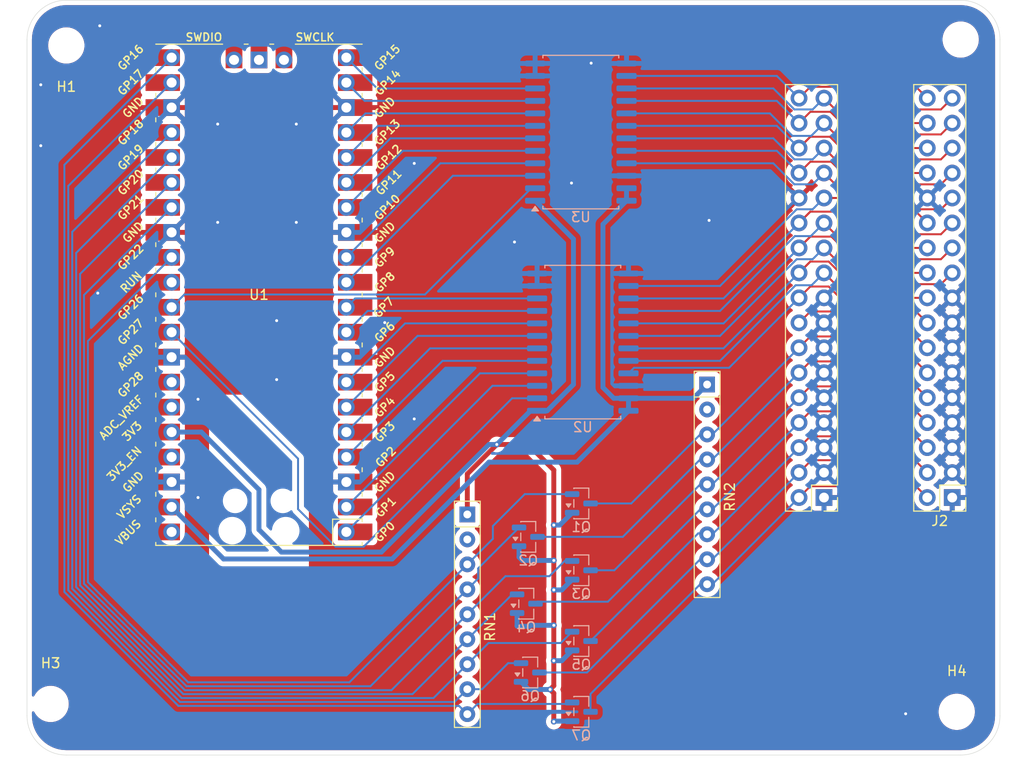
<source format=kicad_pcb>
(kicad_pcb (version 20241229) (generator "pcbnew") (generator_version "9.0")
  (layers (0 "F.Cu" signal) (2 "B.Cu" signal) (13 "F.Paste" user) (15 "B.Paste" user) (5 "F.SilkS" user "F.Silkscreen") (7 "B.SilkS" user "B.Silkscreen") (1 "F.Mask" user) (3 "B.Mask" user) (25 "Edge.Cuts" user))
  (net 0 "")
  (net 1 "/D1")
  (net 2 "/D6")
  (net 3 "GND")
  (net 4 "/R{slash}~{W}")
  (net 5 "/D4")
  (net 6 "/A5")
  (net 7 "/~{RST}")
  (net 8 "/A2")
  (net 9 "/ANALOG")
  (net 10 "/A7")
  (net 11 "/1MHZe")
  (net 12 "/~{NMI}")
  (net 13 "/A3")
  (net 14 "/A6")
  (net 15 "/~{IRQ}")
  (net 16 "/A4")
  (net 17 "/JIM")
  (net 18 "/D0")
  (net 19 "/A0")
  (net 20 "/D3")
  (net 21 "/A1")
  (net 22 "/D7")
  (net 23 "/D5")
  (net 24 "/FRED")
  (net 25 "/D2")
  (net 39 "/DIR_A")
  (net 40 "/1MHZe_L")
  (net 41 "/~{NMI}_L")
  (net 42 "/A3_L")
  (net 43 "/D6_L")
  (net 44 "/~{IRQ}_L")
  (net 45 "/A7_L")
  (net 46 "/A1_L")
  (net 47 "/A6_L")
  (net 48 "/D2_L")
  (net 49 "/FRED_L")
  (net 50 "/R{slash}~{W}_L")
  (net 51 "/D1_L")
  (net 52 "+3.3V")
  (net 53 "/A0_L")
  (net 54 "/A4_L")
  (net 55 "/JIM_L")
  (net 56 "/DIR_D")
  (net 57 "/D7_L")
  (net 58 "/D5_L")
  (net 59 "/D0_L")
  (net 60 "/D3_L")
  (net 61 "/A2_L")
  (net 62 "/~{RST}_L")
  (net 63 "/A5_L")
  (net 64 "/D4_L")
  (net 65 "+5V")
  (footprint "Connector_PinHeader_2.54mm:PinHeader_2x17_P2.54mm_Vertical" (layer "F.Cu") (at 184.74 118 180)
    (property "Reference" "J2")
    (property "Value" "Conn_02x17_Odd_Even")
  )
  (footprint "MountingHole:MountingHole_3.2mm_M3" (layer "F.Cu") (at 185.2 139.8)
    (property "Reference" "H4")
    (property "Value" "MountingHole")
  )
  (footprint "Connector_PinHeader_2.54mm:PinHeader_2x17_P2.54mm_Vertical" (layer "F.Cu") (at 171.691114 118 180)
    (property "Reference" "J1" (hide yes))
    (property "Value" "Conn_02x17_Odd_Even")
  )
  (footprint "MountingHole:MountingHole_3.2mm_M3" (layer "F.Cu") (at 185.6 71.4)
    (property "Reference" "H2" (hide yes))
    (property "Value" "MountingHole")
  )
  (footprint "Resistor_THT:R_Array_SIP9" (layer "F.Cu") (at 135.4 119.72 -90)
    (property "Reference" "RN1")
    (property "Value" "10K")
  )
  (footprint "MountingHole:MountingHole_3.2mm_M3" (layer "F.Cu") (at 94.6 72)
    (property "Reference" "H1")
    (property "Value" "MountingHole")
  )
  (footprint "RPi_Pico:RPi_Pico_SMD_TH" (layer "F.Cu") (at 114.201114 97.3688 180)
    (property "Reference" "U1")
    (property "Value" "Pico")
  )
  (footprint "MountingHole:MountingHole_3.2mm_M3" (layer "F.Cu") (at 93 139)
    (property "Reference" "H3")
    (property "Value" "MountingHole")
  )
  (footprint "Resistor_THT:R_Array_SIP9" (layer "F.Cu") (at 159.8 106.5 -90)
    (property "Reference" "RN2")
    (property "Value" "10K")
  )
  (footprint "Package_TO_SOT_SMD:SOT-23" (layer "B.Cu") (at 141.8 135.8)
    (property "Reference" "Q6")
    (property "Value" "BSS138")
  )
  (footprint "Package_TO_SOT_SMD:SOT-23" (layer "B.Cu") (at 147 118.6)
    (property "Reference" "Q1")
    (property "Value" "BSS138")
  )
  (footprint "Package_TO_SOT_SMD:SOT-23" (layer "B.Cu") (at 141.6 122)
    (property "Reference" "Q2")
    (property "Value" "BSS138")
  )
  (footprint "Package_TO_SOT_SMD:SOT-23" (layer "B.Cu") (at 147 125.4)
    (property "Reference" "Q3")
    (property "Value" "BSS138")
  )
  (footprint "Package_SO:SOIC-24W_7.5x15.4mm_P1.27mm" (layer "B.Cu") (at 146.95 80.815)
    (property "Reference" "U3")
    (property "Value" "SN74LVC8T245")
  )
  (footprint "Package_TO_SOT_SMD:SOT-23" (layer "B.Cu") (at 141.4 128.8)
    (property "Reference" "Q4")
    (property "Value" "BSS138")
  )
  (footprint "Package_TO_SOT_SMD:SOT-23" (layer "B.Cu") (at 147 139.8)
    (property "Reference" "Q7")
    (property "Value" "BSS138")
  )
  (footprint "Package_TO_SOT_SMD:SOT-23" (layer "B.Cu") (at 147 132.6)
    (property "Reference" "Q5")
    (property "Value" "BSS138")
  )
  (footprint "Package_SO:SOIC-24W_7.5x15.4mm_P1.27mm" (layer "B.Cu") (at 147.15 102.185)
    (property "Reference" "U2")
    (property "Value" "SN74LVC8T245")
  )
  (gr_arc (start 94.6 144.2) (mid 91.771573 143.028427) (end 90.6 140.2) (stroke (width 0.05)) (layer "Edge.Cuts"))
  (gr_arc (start 185.6 67.4) (mid 188.428427 68.571573) (end 189.6 71.4) (stroke (width 0.05)) (layer "Edge.Cuts"))
  (gr_line (start 94.6 67.4) (end 185.6 67.4) (stroke (width 0.05)) (layer "Edge.Cuts"))
  (gr_arc (start 189.6 140.2) (mid 188.428427 143.028427) (end 185.6 144.2) (stroke (width 0.05)) (layer "Edge.Cuts"))
  (gr_arc (start 90.6 71.4) (mid 91.771573 68.571573) (end 94.6 67.4) (stroke (width 0.05)) (layer "Edge.Cuts"))
  (gr_line (start 189.6 71.4) (end 189.6 140.2) (stroke (width 0.05)) (layer "Edge.Cuts"))
  (gr_line (start 185.6 144.2) (end 94.6 144.2) (stroke (width 0.05)) (layer "Edge.Cuts"))
  (gr_line (start 90.6 140.2) (end 90.6 71.4) (stroke (width 0.05)) (layer "Edge.Cuts"))
  (segment (start 183.589 96.291) (end 184.74 95.14) (width 0.2) (layer "F.Cu") (net 1))
  (segment (start 172.842114 96.291) (end 183.589 96.291) (width 0.2) (layer "F.Cu") (net 1))
  (segment (start 171.691114 95.14) (end 172.842114 96.291) (width 0.2) (layer "F.Cu") (net 1))
  (segment (start 170.431114 96.4) (end 171.691114 95.14) (width 0.2) (layer "B.Cu") (net 1))
  (segment (start 151.8 104.09) (end 161.113354 104.09) (width 0.2) (layer "B.Cu") (net 1))
  (segment (start 168.803354 96.4) (end 170.431114 96.4) (width 0.2) (layer "B.Cu") (net 1))
  (segment (start 161.113354 104.09) (end 168.803354 96.4) (width 0.2) (layer "B.Cu") (net 1))
  (segment (start 181.049 88.909) (end 182.2 90.06) (width 0.2) (layer "F.Cu") (net 2))
  (segment (start 169.151114 90.0588) (end 170.302114 88.9078) (width 0.2) (layer "F.Cu") (net 2))
  (segment (start 169.151114 90.06) (end 170.302114 88.909) (width 0.2) (layer "F.Cu") (net 2))
  (segment (start 170.302114 88.909) (end 181.049 88.909) (width 0.2) (layer "F.Cu") (net 2))
  (segment (start 151.8 97.74) (end 161.469914 97.74) (width 0.2) (layer "B.Cu") (net 2))
  (segment (start 161.469914 97.74) (end 169.151114 90.0588) (width 0.2) (layer "B.Cu") (net 2))
  (via (at 110 90) (size 0.6) (drill 0.3) (layers "F.Cu" "B.Cu") (net 3))
  (via (at 140.2 92) (size 0.6) (drill 0.3) (layers "F.Cu" "B.Cu") (net 3))
  (via (at 130 84) (size 0.6) (drill 0.3) (layers "F.Cu" "B.Cu") (net 3))
  (via (at 118 90) (size 0.6) (drill 0.3) (layers "F.Cu" "B.Cu") (net 3))
  (via (at 108 118) (size 0.6) (drill 0.3) (layers "F.Cu" "B.Cu") (net 3))
  (via (at 116 106) (size 0.6) (drill 0.3) (layers "F.Cu" "B.Cu") (net 3))
  (via (at 127 100.2) (size 0.6) (drill 0.3) (layers "F.Cu" "B.Cu") (net 3))
  (via (at 180 140) (size 0.6) (drill 0.3) (layers "F.Cu" "B.Cu") (net 3))
  (via (at 92 82.2) (size 0.6) (drill 0.3) (layers "F.Cu" "B.Cu") (net 3))
  (via (at 130 110) (size 0.6) (drill 0.3) (layers "F.Cu" "B.Cu") (net 3))
  (via (at 160 89.8) (size 0.6) (drill 0.3) (layers "F.Cu" "B.Cu") (net 3))
  (via (at 98 70) (size 0.6) (drill 0.3) (layers "F.Cu" "B.Cu") (net 3))
  (via (at 148 73.8) (size 0.6) (drill 0.3) (layers "F.Cu" "B.Cu") (net 3))
  (via (at 146 86) (size 0.6) (drill 0.3) (layers "F.Cu" "B.Cu") (net 3))
  (via (at 118 80) (size 0.6) (drill 0.3) (layers "F.Cu" "B.Cu") (net 3))
  (via (at 110 80) (size 0.6) (drill 0.3) (layers "F.Cu" "B.Cu") (net 3))
  (via (at 116 100) (size 0.6) (drill 0.3) (layers "F.Cu" "B.Cu") (net 3))
  (via (at 97.8 97.2) (size 0.6) (drill 0.3) (layers "F.Cu" "B.Cu") (net 3))
  (via (at 108 108) (size 0.6) (drill 0.3) (layers "F.Cu" "B.Cu") (net 3))
  (via (at 92 76) (size 0.6) (drill 0.3) (layers "F.Cu" "B.Cu") (net 3))
  (segment (start 181.049 116.849) (end 182.2 118) (width 0.2) (layer "F.Cu") (net 4))
  (segment (start 170.302114 116.849) (end 181.049 116.849) (width 0.2) (layer "F.Cu") (net 4))
  (segment (start 169.151114 118) (end 170.302114 116.849) (width 0.2) (layer "F.Cu") (net 4))
  (segment (start 147.9375 137.9825) (end 159.2 126.72) (width 0.2) (layer "B.Cu") (net 4))
  (segment (start 160.429914 126.72) (end 169.151114 117.9988) (width 0.2) (layer "B.Cu") (net 4))
  (segment (start 147.9375 139.8) (end 147.9375 137.9825) (width 0.2) (layer "B.Cu") (net 4))
  (segment (start 159.2 126.72) (end 160.429914 126.72) (width 0.2) (layer "B.Cu") (net 4))
  (segment (start 170.302114 91.4478) (end 169.151114 92.5988) (width 0.2) (layer "F.Cu") (net 5))
  (segment (start 170.302114 91.449) (end 172.449 91.449) (width 0.2) (layer "F.Cu") (net 5))
  (segment (start 173.6 92.6) (end 182.2 92.6) (width 0.2) (layer "F.Cu") (net 5))
  (segment (start 172.449 91.449) (end 173.6 92.6) (width 0.2) (layer "F.Cu") (net 5))
  (segment (start 169.151114 92.6) (end 170.302114 91.449) (width 0.2) (layer "F.Cu") (net 5))
  (segment (start 151.8 100.28) (end 161.469914 100.28) (width 0.2) (layer "B.Cu") (net 5))
  (segment (start 161.469914 100.28) (end 169.151114 92.5988) (width 0.2) (layer "B.Cu") (net 5))
  (segment (start 169.151114 79.9) (end 170.302114 78.749) (width 0.2) (layer "F.Cu") (net 6))
  (segment (start 170.302114 78.749) (end 172.349 78.749) (width 0.2) (layer "F.Cu") (net 6))
  (segment (start 173.5 79.9) (end 182.2 79.9) (width 0.2) (layer "F.Cu") (net 6))
  (segment (start 172.349 78.749) (end 173.5 79.9) (width 0.2) (layer "F.Cu") (net 6))
  (segment (start 166.892314 77.64) (end 169.151114 79.8988) (width 0.2) (layer "B.Cu") (net 6))
  (segment (start 151.6 77.64) (end 166.892314 77.64) (width 0.2) (layer "B.Cu") (net 6))
  (segment (start 181.049 101.609) (end 182.2 102.76) (width 0.2) (layer "F.Cu") (net 7))
  (segment (start 169.151114 102.76) (end 170.302114 101.609) (width 0.2) (layer "F.Cu") (net 7))
  (segment (start 170.302114 101.609) (end 181.049 101.609) (width 0.2) (layer "F.Cu") (net 7))
  (segment (start 160.429914 111.48) (end 169.151114 102.7588) (width 0.2) (layer "B.Cu") (net 7))
  (segment (start 159.2 111.48) (end 160.429914 111.48) (width 0.2) (layer "B.Cu") (net 7))
  (segment (start 147.9375 118.6) (end 152.08 118.6) (width 0.2) (layer "B.Cu") (net 7))
  (segment (start 152.08 118.6) (end 159.2 111.48) (width 0.2) (layer "B.Cu") (net 7))
  (segment (start 171.691114 82.44) (end 172.842114 83.591) (width 0.2) (layer "F.Cu") (net 8))
  (segment (start 172.842114 83.591) (end 183.589 83.591) (width 0.2) (layer "F.Cu") (net 8))
  (segment (start 183.589 83.591) (end 184.74 82.44) (width 0.2) (layer "F.Cu") (net 8))
  (segment (start 151.6 81.45) (end 166.534554 81.45) (width 0.2) (layer "B.Cu") (net 8))
  (segment (start 170.541314 83.5898) (end 171.691114 82.44) (width 0.2) (layer "B.Cu") (net 8))
  (segment (start 168.674354 83.5898) (end 170.541314 83.5898) (width 0.2) (layer "B.Cu") (net 8))
  (segment (start 166.534554 81.45) (end 168.674354 83.5898) (width 0.2) (layer "B.Cu") (net 8))
  (segment (start 169.151114 100.22) (end 170.302114 99.069) (width 0.2) (layer "F.Cu") (net 9))
  (segment (start 181.049 99.069) (end 182.2 100.22) (width 0.2) (layer "F.Cu") (net 9))
  (segment (start 170.302114 99.069) (end 181.049 99.069) (width 0.2) (layer "F.Cu") (net 9))
  (segment (start 169.151114 77.36) (end 170.302114 76.209) (width 0.2) (layer "F.Cu") (net 10))
  (segment (start 170.302114 76.209) (end 181.049 76.209) (width 0.2) (layer "F.Cu") (net 10))
  (segment (start 181.049 76.209) (end 182.2 77.36) (width 0.2) (layer "F.Cu") (net 10))
  (segment (start 166.892314 75.1) (end 169.151114 77.3588) (width 0.2) (layer "B.Cu") (net 10))
  (segment (start 151.6 75.1) (end 166.892314 75.1) (width 0.2) (layer "B.Cu") (net 10))
  (segment (start 169.151114 115.46) (end 170.411114 114.2) (width 0.2) (layer "F.Cu") (net 11))
  (segment (start 170.411114 114.2) (end 180.94 114.2) (width 0.2) (layer "F.Cu") (net 11))
  (segment (start 180.94 114.2) (end 182.2 115.46) (width 0.2) (layer "F.Cu") (net 11))
  (segment (start 142.7375 135.8) (end 147.58 135.8) (width 0.2) (layer "B.Cu") (net 11))
  (segment (start 147.58 135.8) (end 159.2 124.18) (width 0.2) (layer "B.Cu") (net 11))
  (segment (start 159.2 124.18) (end 160.429914 124.18) (width 0.2) (layer "B.Cu") (net 11))
  (segment (start 160.429914 124.18) (end 169.151114 115.4588) (width 0.2) (layer "B.Cu") (net 11))
  (segment (start 170.302114 111.769) (end 181.049 111.769) (width 0.2) (layer "F.Cu") (net 12))
  (segment (start 181.049 111.769) (end 182.2 112.92) (width 0.2) (layer "F.Cu") (net 12))
  (segment (start 169.151114 112.92) (end 170.302114 111.769) (width 0.2) (layer "F.Cu") (net 12))
  (segment (start 160.429914 121.64) (end 169.151114 112.9188) (width 0.2) (layer "B.Cu") (net 12))
  (segment (start 159.2 121.64) (end 160.429914 121.64) (width 0.2) (layer "B.Cu") (net 12))
  (segment (start 158.8975 121.64) (end 159.2 121.64) (width 0.2) (layer "B.Cu") (net 12))
  (segment (start 147.9375 132.6) (end 158.8975 121.64) (width 0.2) (layer "B.Cu") (net 12))
  (segment (start 173.44 82.44) (end 182.2 82.44) (width 0.2) (layer "F.Cu") (net 13))
  (segment (start 169.151114 82.4388) (end 170.302114 81.2878) (width 0.2) (layer "F.Cu") (net 13))
  (segment (start 170.302114 81.289) (end 172.289 81.289) (width 0.2) (layer "F.Cu") (net 13))
  (segment (start 169.151114 82.44) (end 170.302114 81.289) (width 0.2) (layer "F.Cu") (net 13))
  (segment (start 172.289 81.289) (end 173.44 82.44) (width 0.2) (layer "F.Cu") (net 13))
  (segment (start 166.892314 80.18) (end 169.151114 82.4388) (width 0.2) (layer "B.Cu") (net 13))
  (segment (start 151.6 80.18) (end 166.892314 80.18) (width 0.2) (layer "B.Cu") (net 13))
  (segment (start 172.842114 78.511) (end 183.589 78.511) (width 0.2) (layer "F.Cu") (net 14))
  (segment (start 171.691114 77.36) (end 172.842114 78.511) (width 0.2) (layer "F.Cu") (net 14))
  (segment (start 183.589 78.511) (end 184.74 77.36) (width 0.2) (layer "F.Cu") (net 14))
  (segment (start 170.541314 78.5098) (end 171.691114 77.36) (width 0.2) (layer "B.Cu") (net 14))
  (segment (start 166.534554 76.37) (end 168.674354 78.5098) (width 0.2) (layer "B.Cu") (net 14))
  (segment (start 151.6 76.37) (end 166.534554 76.37) (width 0.2) (layer "B.Cu") (net 14))
  (segment (start 168.674354 78.5098) (end 170.541314 78.5098) (width 0.2) (layer "B.Cu") (net 14))
  (segment (start 170.302114 109.229) (end 181.049 109.229) (width 0.2) (layer "F.Cu") (net 15))
  (segment (start 169.151114 110.38) (end 170.302114 109.229) (width 0.2) (layer "F.Cu") (net 15))
  (segment (start 181.049 109.229) (end 182.2 110.38) (width 0.2) (layer "F.Cu") (net 15))
  (segment (start 142.5375 128.6) (end 149.7 128.6) (width 0.2) (layer "B.Cu") (net 15))
  (segment (start 149.7 128.6) (end 159.2 119.1) (width 0.2) (layer "B.Cu") (net 15))
  (segment (start 142.3375 128.8) (end 142.5375 128.6) (width 0.2) (layer "B.Cu") (net 15))
  (segment (start 159.2 119.1) (end 160.429914 119.1) (width 0.2) (layer "B.Cu") (net 15))
  (segment (start 160.429914 119.1) (end 169.151114 110.3788) (width 0.2) (layer "B.Cu") (net 15))
  (segment (start 171.691114 79.9) (end 172.842114 81.051) (width 0.2) (layer "F.Cu") (net 16))
  (segment (start 172.842114 81.051) (end 183.589 81.051) (width 0.2) (layer "F.Cu") (net 16))
  (segment (start 183.589 81.051) (end 184.74 79.9) (width 0.2) (layer "F.Cu") (net 16))
  (segment (start 170.391114 81.2) (end 171.691114 79.9) (width 0.2) (layer "B.Cu") (net 16))
  (segment (start 166.188 78.91) (end 168.478 81.2) (width 0.2) (layer "B.Cu") (net 16))
  (segment (start 168.478 81.2) (end 170.391114 81.2) (width 0.2) (layer "B.Cu") (net 16))
  (segment (start 151.6 78.91) (end 166.188 78.91) (width 0.2) (layer "B.Cu") (net 16))
  (segment (start 169.151114 105.3) (end 170.302114 104.149) (width 0.2) (layer "F.Cu") (net 17))
  (segment (start 170.302114 104.149) (end 181.049 104.149) (width 0.2) (layer "F.Cu") (net 17))
  (segment (start 181.049 104.149) (end 182.2 105.3) (width 0.2) (layer "F.Cu") (net 17))
  (segment (start 142.5375 122) (end 151.22 122) (width 0.2) (layer "B.Cu") (net 17))
  (segment (start 159.2 114.02) (end 160.429914 114.02) (width 0.2) (layer "B.Cu") (net 17))
  (segment (start 151.22 122) (end 159.2 114.02) (width 0.2) (layer "B.Cu") (net 17))
  (segment (start 160.429914 114.02) (end 169.151114 105.2988) (width 0.2) (layer "B.Cu") (net 17))
  (segment (start 172.167874 96.529) (end 173.318874 97.68) (width 0.2) (layer "F.Cu") (net 18))
  (segment (start 170.302114 96.529) (end 172.167874 96.529) (width 0.2) (layer "F.Cu") (net 18))
  (segment (start 173.318874 97.68) (end 182.2 97.68) (width 0.2) (layer "F.Cu") (net 18))
  (segment (start 169.151114 97.68) (end 170.302114 96.529) (width 0.2) (layer "F.Cu") (net 18))
  (segment (start 152.36 104.8) (end 162.029914 104.8) (width 0.2) (layer "B.Cu") (net 18))
  (segment (start 162.029914 104.8) (end 169.151114 97.6788) (width 0.2) (layer "B.Cu") (net 18))
  (segment (start 151.8 105.36) (end 152.36 104.8) (width 0.2) (layer "B.Cu") (net 18))
  (segment (start 172.842114 86.131) (end 183.589 86.131) (width 0.2) (layer "F.Cu") (net 19))
  (segment (start 183.589 86.131) (end 184.74 84.98) (width 0.2) (layer "F.Cu") (net 19))
  (segment (start 171.691114 84.98) (end 172.842114 86.131) (width 0.2) (layer "F.Cu") (net 19))
  (segment (start 151.6 83.99) (end 166.534554 83.99) (width 0.2) (layer "B.Cu") (net 19))
  (segment (start 168.674354 86.1298) (end 170.541314 86.1298) (width 0.2) (layer "B.Cu") (net 19))
  (segment (start 170.541314 86.1298) (end 171.691114 84.98) (width 0.2) (layer "B.Cu") (net 19))
  (segment (start 166.534554 83.99) (end 168.674354 86.1298) (width 0.2) (layer "B.Cu") (net 19))
  (segment (start 171.691114 92.6) (end 172.842114 93.751) (width 0.2) (layer "F.Cu") (net 20))
  (segment (start 183.589 93.751) (end 184.74 92.6) (width 0.2) (layer "F.Cu") (net 20))
  (segment (start 172.842114 93.751) (end 183.589 93.751) (width 0.2) (layer "F.Cu") (net 20))
  (segment (start 161.112154 101.55) (end 151.8 101.55) (width 0.2) (layer "B.Cu") (net 20))
  (segment (start 171.691114 92.6) (end 170.541314 93.7498) (width 0.2) (layer "B.Cu") (net 20))
  (segment (start 168.912354 93.7498) (end 161.112154 101.55) (width 0.2) (layer "B.Cu") (net 20))
  (segment (start 170.541314 93.7498) (end 168.912354 93.7498) (width 0.2) (layer "B.Cu") (net 20))
  (segment (start 173.58 84.98) (end 182.2 84.98) (width 0.2) (layer "F.Cu") (net 21))
  (segment (start 169.151114 84.98) (end 170.302114 83.829) (width 0.2) (layer "F.Cu") (net 21))
  (segment (start 170.302114 83.829) (end 172.429 83.829) (width 0.2) (layer "F.Cu") (net 21))
  (segment (start 172.429 83.829) (end 173.58 84.98) (width 0.2) (layer "F.Cu") (net 21))
  (segment (start 151.6 82.72) (end 166.892314 82.72) (width 0.2) (layer "B.Cu") (net 21))
  (segment (start 166.892314 82.72) (end 169.151114 84.9788) (width 0.2) (layer "B.Cu") (net 21))
  (segment (start 183.589 88.671) (end 184.74 87.52) (width 0.2) (layer "F.Cu") (net 22))
  (segment (start 180.225686 87.52) (end 181.376685 88.671) (width 0.2) (layer "F.Cu") (net 22))
  (segment (start 181.376685 88.671) (end 183.589 88.671) (width 0.2) (layer "F.Cu") (net 22))
  (segment (start 171.691114 87.52) (end 180.225686 87.52) (width 0.2) (layer "F.Cu") (net 22))
  (segment (start 151.8 96.47) (end 161.112154 96.47) (width 0.2) (layer "B.Cu") (net 22))
  (segment (start 161.112154 96.47) (end 168.912354 88.6698) (width 0.2) (layer "B.Cu") (net 22))
  (segment (start 170.541314 88.6698) (end 171.691114 87.52) (width 0.2) (layer "B.Cu") (net 22))
  (segment (start 168.912354 88.6698) (end 170.541314 88.6698) (width 0.2) (layer "B.Cu") (net 22))
  (segment (start 183.589 91.211) (end 184.74 90.06) (width 0.2) (layer "F.Cu") (net 23))
  (segment (start 172.842114 91.211) (end 183.589 91.211) (width 0.2) (layer "F.Cu") (net 23))
  (segment (start 171.691114 90.06) (end 172.842114 91.211) (width 0.2) (layer "F.Cu") (net 23))
  (segment (start 168.723354 91.4) (end 170.351114 91.4) (width 0.2) (layer "B.Cu") (net 23))
  (segment (start 170.351114 91.4) (end 171.691114 90.06) (width 0.2) (layer "B.Cu") (net 23))
  (segment (start 161.113354 99.01) (end 168.723354 91.4) (width 0.2) (layer "B.Cu") (net 23))
  (segment (start 151.8 99.01) (end 161.113354 99.01) (width 0.2) (layer "B.Cu") (net 23))
  (segment (start 170.302114 106.689) (end 181.049 106.689) (width 0.2) (layer "F.Cu") (net 24))
  (segment (start 169.151114 107.84) (end 170.302114 106.689) (width 0.2) (layer "F.Cu") (net 24))
  (segment (start 181.049 106.689) (end 182.2 107.84) (width 0.2) (layer "F.Cu") (net 24))
  (segment (start 159.2 116.56) (end 160.429914 116.56) (width 0.2) (layer "B.Cu") (net 24))
  (segment (start 147.9375 125.4) (end 150.36 125.4) (width 0.2) (layer "B.Cu") (net 24))
  (segment (start 160.429914 116.56) (end 169.151114 107.8388) (width 0.2) (layer "B.Cu") (net 24))
  (segment (start 150.36 125.4) (end 159.2 116.56) (width 0.2) (layer "B.Cu") (net 24))
  (segment (start 169.151114 95.1388) (end 170.302114 93.9878) (width 0.2) (layer "F.Cu") (net 25))
  (segment (start 169.151114 95.14) (end 170.302114 93.989) (width 0.2) (layer "F.Cu") (net 25))
  (segment (start 172.167874 93.989) (end 173.318874 95.14) (width 0.2) (layer "F.Cu") (net 25))
  (segment (start 170.302114 93.989) (end 172.167874 93.989) (width 0.2) (layer "F.Cu") (net 25))
  (segment (start 173.318874 95.14) (end 182.2 95.14) (width 0.2) (layer "F.Cu") (net 25))
  (segment (start 161.469914 102.82) (end 169.151114 95.1388) (width 0.2) (layer "B.Cu") (net 25))
  (segment (start 151.8 102.82) (end 161.469914 102.82) (width 0.2) (layer "B.Cu") (net 25))
  (segment (start 106.610914 97.339) (end 131.094032 97.339) (width 0.2) (layer "B.Cu") (net 39))
  (segment (start 105.311114 98.6388) (end 106.610914 97.339) (width 0.2) (layer "B.Cu") (net 39))
  (segment (start 141.903032 86.53) (end 142.3 86.53) (width 0.2) (layer "B.Cu") (net 39))
  (segment (start 131.094032 97.339) (end 141.903032 86.53) (width 0.2) (layer "B.Cu") (net 39))
  (segment (start 94.8 86.289914) (end 94.8 127.434314) (width 0.2) (layer "B.Cu") (net 40))
  (segment (start 105.311114 75.7788) (end 94.8 86.289914) (width 0.2) (layer "B.Cu") (net 40))
  (segment (start 136.9 137.5) (end 139.55 134.85) (width 0.2) (layer "B.Cu") (net 40))
  (segment (start 139.55 134.85) (end 140.8625 134.85) (width 0.2) (layer "B.Cu") (net 40))
  (segment (start 94.8 127.434314) (end 106.165686 138.8) (width 0.2) (layer "B.Cu") (net 40))
  (segment (start 134.1 138.8) (end 135.4 137.5) (width 0.2) (layer "B.Cu") (net 40))
  (segment (start 106.165686 138.8) (end 134.1 138.8) (width 0.2) (layer "B.Cu") (net 40))
  (segment (start 135.4 137.5) (end 136.9 137.5) (width 0.2) (layer "B.Cu") (net 40))
  (segment (start 137.56 132.8) (end 144.9125 132.8) (width 0.2) (layer "B.Cu") (net 41))
  (segment (start 95.2 127.268628) (end 95.2 90.969914) (width 0.2) (layer "B.Cu") (net 41))
  (segment (start 106.331371 138.399999) (end 95.2 127.268628) (width 0.2) (layer "B.Cu") (net 41))
  (segment (start 131.960001 138.399999) (end 106.331371 138.399999) (width 0.2) (layer "B.Cu") (net 41))
  (segment (start 135.4 134.96) (end 131.960001 138.399999) (width 0.2) (layer "B.Cu") (net 41))
  (segment (start 144.9125 132.8) (end 146.0625 131.65) (width 0.2) (layer "B.Cu") (net 41))
  (segment (start 95.2 90.969914) (end 105.311114 80.8588) (width 0.2) (layer "B.Cu") (net 41))
  (segment (start 135.4 134.96) (end 137.56 132.8) (width 0.2) (layer "B.Cu") (net 41))
  (segment (start 127.579914 81.45) (end 142.3 81.45) (width 0.2) (layer "B.Cu") (net 42))
  (segment (start 123.091114 85.9388) (end 127.579914 81.45) (width 0.2) (layer "B.Cu") (net 42))
  (segment (start 123.091114 101.1788) (end 125.259914 99.01) (width 0.2) (layer "B.Cu") (net 43))
  (segment (start 125.259914 99.01) (end 142.5 99.01) (width 0.2) (layer "B.Cu") (net 43))
  (segment (start 135.4 132.42) (end 139.97 127.85) (width 0.2) (layer "B.Cu") (net 44))
  (segment (start 129.820001 137.999999) (end 106.497057 137.999999) (width 0.2) (layer "B.Cu") (net 44))
  (segment (start 95.6 127.102942) (end 95.6 93.109914) (width 0.2) (layer "B.Cu") (net 44))
  (segment (start 106.497057 137.999999) (end 95.6 127.102942) (width 0.2) (layer "B.Cu") (net 44))
  (segment (start 95.6 93.109914) (end 105.311114 83.3988) (width 0.2) (layer "B.Cu") (net 44))
  (segment (start 139.97 127.85) (end 140.4625 127.85) (width 0.2) (layer "B.Cu") (net 44))
  (segment (start 135.4 132.42) (end 129.820001 137.999999) (width 0.2) (layer "B.Cu") (net 44))
  (segment (start 126.222314 76.37) (end 142.3 76.37) (width 0.2) (layer "B.Cu") (net 45))
  (segment (start 123.091114 73.2388) (end 126.222314 76.37) (width 0.2) (layer "B.Cu") (net 45))
  (segment (start 132.659914 83.99) (end 142.3 83.99) (width 0.2) (layer "B.Cu") (net 46))
  (segment (start 123.091114 93.5588) (end 132.659914 83.99) (width 0.2) (layer "B.Cu") (net 46))
  (segment (start 123.091114 75.7788) (end 124.952314 77.64) (width 0.2) (layer "B.Cu") (net 47))
  (segment (start 124.952314 77.64) (end 142.3 77.64) (width 0.2) (layer "B.Cu") (net 47))
  (segment (start 123.091114 113.8788) (end 132.879914 104.09) (width 0.2) (layer "B.Cu") (net 48))
  (segment (start 132.879914 104.09) (end 142.5 104.09) (width 0.2) (layer "B.Cu") (net 48))
  (segment (start 145.308032 124.45) (end 146.0625 124.45) (width 0.2) (layer "B.Cu") (net 49))
  (segment (start 135.4 129.88) (end 139.28 126) (width 0.2) (layer "B.Cu") (net 49))
  (segment (start 95.999999 95.249915) (end 105.311114 85.9388) (width 0.2) (layer "B.Cu") (net 49))
  (segment (start 106.663157 137.598999) (end 96 126.935842) (width 0.2) (layer "B.Cu") (net 49))
  (segment (start 127.681001 137.598999) (end 106.663157 137.598999) (width 0.2) (layer "B.Cu") (net 49))
  (segment (start 139.28 126) (end 143.758032 126) (width 0.2) (layer "B.Cu") (net 49))
  (segment (start 143.758032 126) (end 145.308032 124.45) (width 0.2) (layer "B.Cu") (net 49))
  (segment (start 96 126.935842) (end 95.999999 95.249915) (width 0.2) (layer "B.Cu") (net 49))
  (segment (start 135.4 129.88) (end 127.681001 137.598999) (width 0.2) (layer "B.Cu") (net 49))
  (segment (start 94.4 127.6) (end 94.4 84.149914) (width 0.2) (layer "B.Cu") (net 50))
  (segment (start 145.9125 139) (end 146.0625 138.85) (width 0.2) (layer "B.Cu") (net 50))
  (segment (start 135.4 140.04) (end 134.56 139.2) (width 0.2) (layer "B.Cu") (net 50))
  (segment (start 136.44 139) (end 145.9125 139) (width 0.2) (layer "B.Cu") (net 50))
  (segment (start 106 139.2) (end 94.4 127.6) (width 0.2) (layer "B.Cu") (net 50))
  (segment (start 134.56 139.2) (end 106 139.2) (width 0.2) (layer "B.Cu") (net 50))
  (segment (start 94.4 84.149914) (end 105.311114 73.2388) (width 0.2) (layer "B.Cu") (net 50))
  (segment (start 135.4 140.04) (end 136.44 139) (width 0.2) (layer "B.Cu") (net 50))
  (segment (start 136.689914 105.36) (end 142.5 105.36) (width 0.2) (layer "B.Cu") (net 51))
  (segment (start 123.091114 118.9588) (end 136.689914 105.36) (width 0.2) (layer "B.Cu") (net 51))
  (segment (start 144.2 120.8) (end 144.2 124.4) (width 0.5) (layer "F.Cu") (net 52))
  (segment (start 144.2 134.6) (end 144.2 131) (width 0.5) (layer "F.Cu") (net 52))
  (segment (start 138.4 112.6) (end 141.6 112.6) (width 0.5) (layer "F.Cu") (net 52))
  (segment (start 144.2 115.2) (end 144.2 120.8) (width 0.5) (layer "F.Cu") (net 52))
  (segment (start 144.2 134.6) (end 144.2 137.15) (width 0.5) (layer "F.Cu") (net 52))
  (segment (start 135.4 119.72) (end 135.4 115.6) (width 0.5) (layer "F.Cu") (net 52))
  (segment (start 144.2 140.8) (end 144.2 137.90674) (width 0.5) (layer "F.Cu") (net 52))
  (segment (start 144.2 137.90674) (end 143.82163 137.52837) (width 0.5) (layer "F.Cu") (net 52))
  (segment (start 141.6 112.6) (end 143.6 114.6) (width 0.5) (layer "F.Cu") (net 52))
  (segment (start 144.2 124.4) (end 144.2 127.4) (width 0.5) (layer "F.Cu") (net 52))
  (segment (start 144.2 137.15) (end 143.82163 137.52837) (width 0.5) (layer "F.Cu") (net 52))
  (segment (start 143.6 114.6) (end 144.2 115.2) (width 0.5) (layer "F.Cu") (net 52))
  (segment (start 144.2 131) (end 144.2 127.4) (width 0.5) (layer "F.Cu") (net 52))
  (segment (start 135.4 115.6) (end 138.4 112.6) (width 0.5) (layer "F.Cu") (net 52))
  (via (at 144.2 140.8) (size 0.6) (drill 0.3) (layers "F.Cu" "B.Cu") (net 52))
  (via (at 144.2 120.8) (size 0.6) (drill 0.3) (layers "F.Cu" "B.Cu") (net 52))
  (via (at 144.2 124.4) (size 0.6) (drill 0.3) (layers "F.Cu" "B.Cu") (net 52))
  (via (at 138.4 112.6) (size 0.6) (drill 0.3) (layers "F.Cu" "B.Cu") (net 52))
  (via (at 144.2 134.6) (size 0.6) (drill 0.3) (layers "F.Cu" "B.Cu") (net 52))
  (via (at 144.2 127.4) (size 0.6) (drill 0.3) (layers "F.Cu" "B.Cu") (net 52))
  (via (at 143.82163 137.52837) (size 0.6) (drill 0.3) (layers "F.Cu" "B.Cu") (net 52))
  (via (at 144.2 131) (size 0.6) (drill 0.3) (layers "F.Cu" "B.Cu") (net 52))
  (segment (start 116.483453 123.55) (end 126.65 123.55) (width 0.5) (layer "B.Cu") (net 52))
  (segment (start 146.2 106.494999) (end 146.2 91.7) (width 0.5) (layer "B.Cu") (net 52))
  (segment (start 144.8125 120.8) (end 146.0625 119.55) (width 0.5) (layer "B.Cu") (net 52))
  (segment (start 138.4 112.6) (end 141.83 109.17) (width 0.5) (layer "B.Cu") (net 52))
  (segment (start 144.2 134.6) (end 145.0125 134.6) (width 0.5) (layer "B.Cu") (net 52))
  (segment (start 137.6 112.6) (end 138.4 112.6) (width 0.5) (layer "B.Cu") (net 52))
  (segment (start 142.5 109.17) (end 143.524999 109.17) (width 0.5) (layer "B.Cu") (net 52))
  (segment (start 140.4625 129.75) (end 140.4625 131.0625) (width 0.5) (layer "B.Cu") (net 52))
  (segment (start 144.25 140.75) (end 144.2 140.8) (width 0.5) (layer "B.Cu") (net 52))
  (segment (start 114.2 117.2) (end 114.2 121.266547) (width 0.5) (layer "B.Cu") (net 52))
  (segment (start 141.722182 131.1) (end 141.822182 131) (width 0.5) (layer "B.Cu") (net 52))
  (segment (start 141.822182 131) (end 144.2 131) (width 0.5) (layer "B.Cu") (net 52))
  (segment (start 141 124.4) (end 144.2 124.4) (width 0.5) (layer "B.Cu") (net 52))
  (segment (start 105.311114 111.3388) (end 108.3388 111.3388) (width 0.5) (layer "B.Cu") (net 52))
  (segment (start 140.6625 122.95) (end 140.6625 124.0625) (width 0.5) (layer "B.Cu") (net 52))
  (segment (start 146.0625 140.75) (end 144.25 140.75) (width 0.5) (layer "B.Cu") (net 52))
  (segment (start 143.524999 109.17) (end 146.2 106.494999) (width 0.5) (layer "B.Cu") (net 52))
  (segment (start 140.5 131.1) (end 141.722182 131.1) (width 0.5) (layer "B.Cu") (net 52))
  (segment (start 140.6625 124.0625) (end 141 124.4) (width 0.5) (layer "B.Cu") (net 52))
  (segment (start 144.2 127.4) (end 145.0125 127.4) (width 0.5) (layer "B.Cu") (net 52))
  (segment (start 140.8625 136.75) (end 141.64087 137.52837) (width 0.5) (layer "B.Cu") (net 52))
  (segment (start 114.2 121.266547) (end 116.483453 123.55) (width 0.5) (layer "B.Cu") (net 52))
  (segment (start 144.2 120.8) (end 144.8125 120.8) (width 0.5) (layer "B.Cu") (net 52))
  (segment (start 140.4625 131.0625) (end 140.5 131.1) (width 0.5) (layer "B.Cu") (net 52))
  (segment (start 145.0125 127.4) (end 146.0625 126.35) (width 0.5) (layer "B.Cu") (net 52))
  (segment (start 145.0125 134.6) (end 146.0625 133.55) (width 0.5) (layer "B.Cu") (net 52))
  (segment (start 108.3388 111.3388) (end 114.2 117.2) (width 0.5) (layer "B.Cu") (net 52))
  (segment (start 146.2 91.7) (end 142.3 87.8) (width 0.5) (layer "B.Cu") (net 52))
  (segment (start 141.83 109.17) (end 142.5 109.17) (width 0.5) (layer "B.Cu") (net 52))
  (segment (start 141.64087 137.52837) (end 143.82163 137.52837) (width 0.5) (layer "B.Cu") (net 52))
  (segment (start 126.65 123.55) (end 137.6 112.6) (width 0.5) (layer "B.Cu") (net 52))
  (segment (start 123.091114 96.0988) (end 133.929914 85.26) (width 0.2) (layer "B.Cu") (net 53))
  (segment (start 133.929914 85.26) (end 142.3 85.26) (width 0.2) (layer "B.Cu") (net 53))
  (segment (start 123.091114 83.3988) (end 126.309914 80.18) (width 0.2) (layer "B.Cu") (net 54))
  (segment (start 126.309914 80.18) (end 142.3 80.18) (width 0.2) (layer "B.Cu") (net 54))
  (segment (start 106.829257 137.197999) (end 96.4 126.768742) (width 0.2) (layer "B.Cu") (net 55))
  (segment (start 136.501 126.239) (end 136.501 125.2115) (width 0.2) (layer "B.Cu") (net 55))
  (segment (start 135.4 127.34) (end 136.501 126.239) (width 0.2) (layer "B.Cu") (net 55))
  (segment (start 135.4 127.34) (end 125.542001 137.197999) (width 0.2) (layer "B.Cu") (net 55))
  (segment (start 96.399999 97.389915) (end 105.311114 88.4788) (width 0.2) (layer "B.Cu") (net 55))
  (segment (start 96.4 126.768742) (end 96.399999 97.389915) (width 0.2) (layer "B.Cu") (net 55))
  (segment (start 136.501 125.2115) (end 140.6625 121.05) (width 0.2) (layer "B.Cu") (net 55))
  (segment (start 125.542001 137.197999) (end 106.829257 137.197999) (width 0.2) (layer "B.Cu") (net 55))
  (segment (start 139.954417 107.9) (end 142.5 107.9) (width 0.2) (layer "B.Cu") (net 56))
  (segment (start 118.177114 119.177114) (end 122 123) (width 0.2) (layer "B.Cu") (net 56))
  (segment (start 105.311114 101.1788) (end 118.177114 114.0448) (width 0.2) (layer "B.Cu") (net 56))
  (segment (start 122 123) (end 124.854416 123) (width 0.2) (layer "B.Cu") (net 56))
  (segment (start 124.854416 123) (end 139.954417 107.9) (width 0.2) (layer "B.Cu") (net 56))
  (segment (start 118.177114 114.0448) (end 118.177114 119.177114) (width 0.2) (layer "B.Cu") (net 56))
  (segment (start 123.091114 98.6388) (end 123.989914 97.74) (width 0.2) (layer "B.Cu") (net 57))
  (segment (start 123.989914 97.74) (end 142.5 97.74) (width 0.2) (layer "B.Cu") (net 57))
  (segment (start 129.069914 100.28) (end 142.5 100.28) (width 0.2) (layer "B.Cu") (net 58))
  (segment (start 123.091114 106.2588) (end 129.069914 100.28) (width 0.2) (layer "B.Cu") (net 58))
  (segment (start 123.091114 121.4988) (end 137.959914 106.63) (width 0.2) (layer "B.Cu") (net 59))
  (segment (start 137.959914 106.63) (end 142.5 106.63) (width 0.2) (layer "B.Cu") (net 59))
  (segment (start 123.091114 111.3388) (end 131.609914 102.82) (width 0.2) (layer "B.Cu") (net 60))
  (segment (start 131.609914 102.82) (end 142.5 102.82) (width 0.2) (layer "B.Cu") (net 60))
  (segment (start 128.849914 82.72) (end 142.3 82.72) (width 0.2) (layer "B.Cu") (net 61))
  (segment (start 123.091114 88.4788) (end 128.849914 82.72) (width 0.2) (layer "B.Cu") (net 61))
  (segment (start 138 120.9) (end 141.25 117.65) (width 0.2) (layer "B.Cu") (net 62))
  (segment (start 123.402001 136.797999) (end 106.997999 136.797999) (width 0.2) (layer "B.Cu") (net 62))
  (segment (start 106.997999 136.797999) (end 96.8 126.6) (width 0.2) (layer "B.Cu") (net 62))
  (segment (start 96.8 102.069914) (end 105.311114 93.5588) (width 0.2) (layer "B.Cu") (net 62))
  (segment (start 135.4 124.8) (end 138 122.2) (width 0.2) (layer "B.Cu") (net 62))
  (segment (start 135.4 124.8) (end 123.402001 136.797999) (width 0.2) (layer "B.Cu") (net 62))
  (segment (start 138 122.2) (end 138 120.9) (width 0.2) (layer "B.Cu") (net 62))
  (segment (start 96.8 126.6) (end 96.8 102.069914) (width 0.2) (layer "B.Cu") (net 62))
  (segment (start 141.25 117.65) (end 146.0625 117.65) (width 0.2) (layer "B.Cu") (net 62))
  (segment (start 123.091114 80.8588) (end 125.039914 78.91) (width 0.2) (layer "B.Cu") (net 63))
  (segment (start 125.039914 78.91) (end 142.3 78.91) (width 0.2) (layer "B.Cu") (net 63))
  (segment (start 123.091114 108.7988) (end 130.339914 101.55) (width 0.2) (layer "B.Cu") (net 64))
  (segment (start 130.339914 101.55) (end 142.5 101.55) (width 0.2) (layer "B.Cu") (net 64))
  (segment (start 127.75 124.25) (end 137.6 114.4) (width 0.5) (layer "B.Cu") (net 65))
  (segment (start 137.6 114.4) (end 146.57 114.4) (width 0.5) (layer "B.Cu") (net 65))
  (segment (start 151.6 86.53) (end 151.6 87.8) (width 0.5) (layer "B.Cu") (net 65))
  (segment (start 151.8 109.17) (end 151.8 107.9) (width 0.5) (layer "B.Cu") (net 65))
  (segment (start 158.4 107.9) (end 159.8 106.5) (width 0.5) (layer "B.Cu") (net 65))
  (segment (start 149.2 90.2) (end 149.2 106.8) (width 0.5) (layer "B.Cu") (net 65))
  (segment (start 105.311114 118.9588) (end 110.602314 124.25) (width 0.5) (layer "B.Cu") (net 65))
  (segment (start 151.8 107.9) (end 158.4 107.9) (width 0.5) (layer "B.Cu") (net 65))
  (segment (start 150.3 107.9) (end 151.8 107.9) (width 0.5) (layer "B.Cu") (net 65))
  (segment (start 110.602314 124.25) (end 127.75 124.25) (width 0.5) (layer "B.Cu") (net 65))
  (segment (start 146.57 114.4) (end 151.8 109.17) (width 0.5) (layer "B.Cu") (net 65))
  (segment (start 151.6 87.8) (end 149.2 90.2) (width 0.5) (layer "B.Cu") (net 65))
  (segment (start 149.2 106.8) (end 150.3 107.9) (width 0.5) (layer "B.Cu") (net 65))
  (zone (net 3) (net_name "GND") (layer "F.Cu") (connect_pads (clearance 0.5)) (min_thickness 0.25) (fill yes (thermal_gap 0.5) (thermal_bridge_width 0.5))
    (polygon (pts (xy 90.6 67.4) (xy 189.6 67.4) (xy 189.6 144.2) (xy 90.4 144.2)))
  )
  (zone (net 3) (net_name "GND") (layer "B.Cu") (connect_pads (clearance 0.5)) (min_thickness 0.25) (fill yes (thermal_gap 0.5) (thermal_bridge_width 0.5))
    (polygon (pts (xy 90.6 67.4) (xy 189.6 67.4) (xy 189.6 144.2) (xy 90.4 144.2)))
  )
)
</source>
